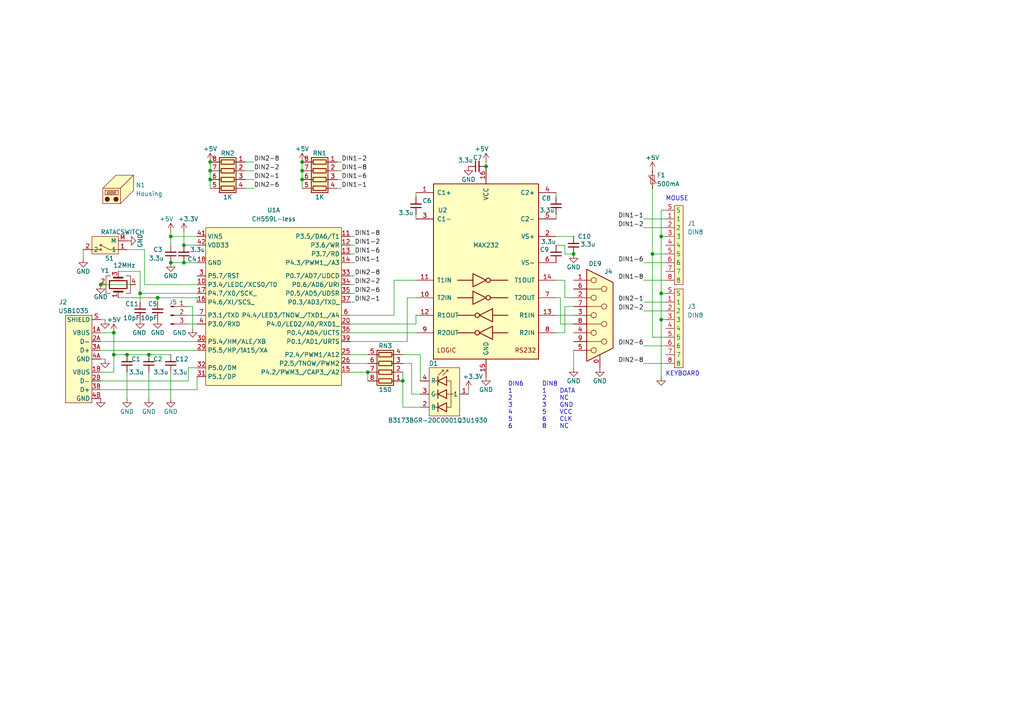
<source format=kicad_sch>
(kicad_sch (version 20231120) (generator "eeschema") (generator_version "8.0")
  (paper "A4")
  (lib_symbols
    (symbol "CH559L-less_1"
      (property "Reference" "U1" (at 5.715 20.32 0))
      (property "Value" "CH559L-less" (at 5.715 17.78 0))
      (symbol "CH559L-less_1_1_1"
        (rectangle (start -13.97 15.24) (end 25.4 -30.48) (fill (type background)))
        (pin passive line (at -16.51 -1.27 0) (length 2.54) (name "P3.4/LEDC/XCS0/T0") (number "10"))
        (pin passive line (at 27.94 12.7 180) (length 2.54) (name "P3.5/DA6/T1") (number "11"))
        (pin passive line (at 27.94 10.16 180) (length 2.54) (name "P3.6/WR") (number "12"))
        (pin passive line (at 27.94 7.62 180) (length 2.54) (name "P3.7/RD") (number "13"))
        (pin passive line (at 27.94 5.08 180) (length 2.54) (name "P4.3/PWM1_/A3") (number "14"))
        (pin passive line (at 27.94 -26.67 180) (length 2.54) (name "P4.2/PWM3_/CAP3_/A2") (number "15"))
        (pin passive line (at -16.51 -6.35 0) (length 2.54) (name "P4.6/XI/SCS_") (number "16"))
        (pin passive line (at -16.51 -3.81 0) (length 2.54) (name "P4.7/X0/SCK_") (number "17"))
        (pin passive line (at -16.51 5.08 0) (length 2.54) (name "GND") (number "18"))
        (pin passive line (at 27.94 -12.7 180) (length 2.54) (name "P4.0/LED2/A0/RXD1_") (number "20"))
        (pin passive line (at 27.94 -21.59 180) (length 2.54) (name "P2.4/PWM1/A12") (number "25"))
        (pin passive line (at 27.94 -24.13 180) (length 2.54) (name "P2.5/TNOW/PWM2") (number "26"))
        (pin passive line (at -16.51 -20.32 0) (length 2.54) (name "P5.5/HP/!A15/XA") (number "29"))
        (pin passive line (at -16.51 1.27 0) (length 2.54) (name "P5.7/RST") (number "3"))
        (pin passive line (at -16.51 -17.78 0) (length 2.54) (name "P5.4/HM/ALE/XB") (number "30"))
        (pin passive line (at -16.51 -27.94 0) (length 2.54) (name "P5.1/DP") (number "31"))
        (pin passive line (at -16.51 -25.4 0) (length 2.54) (name "P5.0/DM") (number "32"))
        (pin passive line (at 27.94 1.27 180) (length 2.54) (name "P0.7/AD7/UDCD") (number "33"))
        (pin passive line (at 27.94 -1.27 180) (length 2.54) (name "P0.6/AD6/URI") (number "34"))
        (pin passive line (at 27.94 -3.81 180) (length 2.54) (name "P0.5/AD5/UDSR") (number "35"))
        (pin passive line (at 27.94 -15.24 180) (length 2.54) (name "P0.4/AD4/UCTS") (number "36"))
        (pin passive line (at 27.94 -6.35 180) (length 2.54) (name "P0.3/AD3/TXD_") (number "37"))
        (pin passive line (at 27.94 -17.78 180) (length 2.54) (name "P0.1/AD1/URTS") (number "39"))
        (pin passive line (at -16.51 -12.7 0) (length 2.54) (name "P3.0/RXD") (number "4"))
        (pin passive line (at -16.51 12.7 0) (length 2.54) (name "VIN5") (number "41"))
        (pin passive line (at -16.51 10.16 0) (length 2.54) (name "VDD33") (number "42"))
        (pin passive line (at 27.94 -10.16 180) (length 2.54) (name "P4.4/LED3/TNOW_/TXD1_/A4") (number "6"))
        (pin passive line (at -16.51 -10.16 0) (length 2.54) (name "P3.1/TXD") (number "7"))
      )
      (symbol "CH559L-less_1_2_1"
        (rectangle (start 41.91 15.24) (end 71.12 -35.56) (fill (type background)))
        (pin passive line (at 29.21 -17.78 180) (length 2.54) (name "P3.4/LEDC/XCS0/T0") (number "10"))
        (pin passive line (at -11.43 7.62 180) (length 2.54) (name "P4.7/X0/SCK_") (number "17"))
        (pin passive line (at -11.43 5.08 180) (length 2.54) (name "P4.1/A1") (number "19"))
        (pin passive line (at -11.43 15.24 180) (length 2.54) (name "P1.7/AIN7/SCK") (number "2"))
        (pin passive line (at 29.21 -27.94 180) (length 2.54) (name "P2.0/A8") (number "21"))
        (pin passive line (at 29.21 -30.48 180) (length 2.54) (name "P2.1/MOSI1/A9") (number "22"))
        (pin passive line (at -11.43 -40.64 180) (length 2.54) (name "P2.2/MISO1/A10") (number "23"))
        (pin passive line (at -11.43 -43.18 180) (length 2.54) (name "P2.3/SCK1/A11") (number "24"))
        (pin passive line (at -11.43 -55.88 180) (length 2.54) (name "P2.6/RXD1/A14") (number "27"))
        (pin passive line (at -11.43 -58.42 180) (length 2.54) (name "P2.7/TXD1/DA7/A15") (number "28"))
        (pin passive line (at -11.43 -12.7 180) (length 2.54) (name "P0.2/AD2/RXD_") (number "38"))
        (pin passive line (at -11.43 -17.78 180) (length 2.54) (name "P0.0/AD0/UDTR") (number "40"))
        (pin passive line (at -11.43 -20.32 180) (length 2.54) (name "P1.0/AIN0/T1/CAP1") (number "43"))
        (pin passive line (at -11.43 -22.86 180) (length 2.54) (name "P1.1/AIN1/T2EX/CAP2") (number "44"))
        (pin passive line (at 29.21 -49.53 180) (length 2.54) (name "P1.2/AIN2/PWM3/CAP3") (number "45"))
        (pin passive line (at -11.43 -27.94 180) (length 2.54) (name "P1.3/AIN3") (number "46"))
        (pin passive line (at -11.43 -30.48 180) (length 2.54) (name "P1.4/AIN4/SCS") (number "47"))
        (pin passive line (at -11.43 -33.02 180) (length 2.54) (name "P1.5/AIN5/MOSI") (number "48"))
        (pin passive line (at 29.21 -40.64 180) (length 2.54) (name "P4.5/PWM2_/A5") (number "5"))
        (pin passive line (at 29.21 -12.7 180) (length 2.54) (name "P3.2/LED0/INT0") (number "8"))
        (pin passive line (at 29.21 -15.24 180) (length 2.54) (name "P3.3/LED1/!A15/INT1") (number "9"))
      )
    )
    (symbol "Connector:Conn_01x03_Pin" (pin_names (offset 1.016) hide)
      (property "Reference" "J" (at 0 5.08 0))
      (property "Value" "Conn_01x03_Pin" (at 0 -5.08 0))
      (symbol "Conn_01x03_Pin_1_1"
        (polyline (pts (xy 1.27 -2.54) (xy 0.8636 -2.54)) (stroke (width 0.1524)))
        (polyline (pts (xy 1.27 0) (xy 0.8636 0)) (stroke (width 0.1524)))
        (polyline (pts (xy 1.27 2.54) (xy 0.8636 2.54)) (stroke (width 0.1524)))
        (rectangle (start 0.8636 -2.413) (end 0 -2.667) (stroke (width 0.1524)) (fill (type outline)))
        (rectangle (start 0.8636 0.127) (end 0 -0.127) (stroke (width 0.1524)) (fill (type outline)))
        (rectangle (start 0.8636 2.667) (end 0 2.413) (stroke (width 0.1524)) (fill (type outline)))
        (pin passive line (at 5.08 2.54 180) (length 3.81) (name "Pin_1") (number "1"))
        (pin passive line (at 5.08 0 180) (length 3.81) (name "Pin_2") (number "2"))
        (pin passive line (at 5.08 -2.54 180) (length 3.81) (name "Pin_3") (number "3"))
      )
    )
    (symbol "Connector:DB9_Female_MountingHoles" (pin_names (offset 1.016) hide)
      (property "Reference" "J" (at 0 16.51 0))
      (property "Value" "DB9_Female_MountingHoles" (at 0 14.605 0))
      (symbol "DB9_Female_MountingHoles_0_1"
        (circle (center -1.778 -10.16) (radius 0.762))
        (circle (center -1.778 -5.08) (radius 0.762))
        (circle (center -1.778 0) (radius 0.762))
        (circle (center -1.778 5.08) (radius 0.762))
        (circle (center -1.778 10.16) (radius 0.762))
        (polyline (pts (xy -3.81 -10.16) (xy -2.54 -10.16)))
        (polyline (pts (xy -3.81 -7.62) (xy 0.508 -7.62)))
        (polyline (pts (xy -3.81 -5.08) (xy -2.54 -5.08)))
        (polyline (pts (xy -3.81 -2.54) (xy 0.508 -2.54)))
        (polyline (pts (xy -3.81 0) (xy -2.54 0)))
        (polyline (pts (xy -3.81 2.54) (xy 0.508 2.54)))
        (polyline (pts (xy -3.81 5.08) (xy -2.54 5.08)))
        (polyline (pts (xy -3.81 7.62) (xy 0.508 7.62)))
        (polyline (pts (xy -3.81 10.16) (xy -2.54 10.16)))
        (polyline (pts (xy -3.81 13.335) (xy -3.81 -13.335) (xy 3.81 -9.525) (xy 3.81 9.525) (xy -3.81 13.335)) (stroke (width 0.254)) (fill (type background)))
        (circle (center 1.27 -7.62) (radius 0.762))
        (circle (center 1.27 -2.54) (radius 0.762))
        (circle (center 1.27 2.54) (radius 0.762))
        (circle (center 1.27 7.62) (radius 0.762))
      )
      (symbol "DB9_Female_MountingHoles_1_1"
        (pin passive line (at 0 -15.24 90) (length 3.81) (name "PAD") (number "0"))
        (pin passive line (at -7.62 10.16 0) (length 3.81) (name "1") (number "1"))
        (pin passive line (at -7.62 5.08 0) (length 3.81) (name "2") (number "2"))
        (pin passive line (at -7.62 0 0) (length 3.81) (name "3") (number "3"))
        (pin passive line (at -7.62 -5.08 0) (length 3.81) (name "4") (number "4"))
        (pin passive line (at -7.62 -10.16 0) (length 3.81) (name "5") (number "5"))
        (pin passive line (at -7.62 7.62 0) (length 3.81) (name "6") (number "6"))
        (pin passive line (at -7.62 2.54 0) (length 3.81) (name "7") (number "7"))
        (pin passive line (at -7.62 -2.54 0) (length 3.81) (name "8") (number "8"))
        (pin passive line (at -7.62 -7.62 0) (length 3.81) (name "9") (number "9"))
      )
    )
    (symbol "Device:C_Small" (pin_numbers hide) (pin_names (offset 0.254) hide)
      (property "Reference" "C" (at 0.254 1.778 0))
      (property "Value" "C_Small" (at 0.254 -2.032 0))
      (symbol "C_Small_0_1"
        (polyline (pts (xy -1.524 -0.508) (xy 1.524 -0.508)) (stroke (width 0.3302)))
        (polyline (pts (xy -1.524 0.508) (xy 1.524 0.508)) (stroke (width 0.3048)))
      )
      (symbol "C_Small_1_1"
        (pin passive line (at 0 2.54 270) (length 2.032) (name "~") (number "1"))
        (pin passive line (at 0 -2.54 90) (length 2.032) (name "~") (number "2"))
      )
    )
    (symbol "Device:Crystal_GND24" (pin_names (offset 1.016) hide)
      (property "Reference" "Y" (at 3.175 5.08 0))
      (property "Value" "Crystal_GND24" (at 3.175 3.175 0))
      (symbol "Crystal_GND24_0_1"
        (rectangle (start -1.143 2.54) (end 1.143 -2.54) (stroke (width 0.3048)))
        (polyline (pts (xy -2.54 0) (xy -2.032 0)))
        (polyline (pts (xy -2.032 -1.27) (xy -2.032 1.27)) (stroke (width 0.508)))
        (polyline (pts (xy 0 -3.81) (xy 0 -3.556)))
        (polyline (pts (xy 0 3.556) (xy 0 3.81)))
        (polyline (pts (xy 2.032 -1.27) (xy 2.032 1.27)) (stroke (width 0.508)))
        (polyline (pts (xy 2.032 0) (xy 2.54 0)))
        (polyline (pts (xy -2.54 -2.286) (xy -2.54 -3.556) (xy 2.54 -3.556) (xy 2.54 -2.286)))
        (polyline (pts (xy -2.54 2.286) (xy -2.54 3.556) (xy 2.54 3.556) (xy 2.54 2.286)))
      )
      (symbol "Crystal_GND24_1_1"
        (pin passive line (at -3.81 0 0) (length 1.27) (name "1") (number "1"))
        (pin passive line (at 0 5.08 270) (length 1.27) (name "2") (number "2"))
        (pin passive line (at 3.81 0 180) (length 1.27) (name "3") (number "3"))
        (pin passive line (at 0 -5.08 90) (length 1.27) (name "4") (number "4"))
      )
    )
    (symbol "Device:Polyfuse_Small" (pin_numbers hide) (pin_names (offset 0))
      (property "Reference" "F" (at -1.905 0 90))
      (property "Value" "Polyfuse_Small" (at 1.905 0 90))
      (symbol "Polyfuse_Small_0_1"
        (rectangle (start -0.508 1.27) (end 0.508 -1.27))
        (polyline (pts (xy 0 2.54) (xy 0 -2.54)))
        (polyline (pts (xy -1.016 1.27) (xy -1.016 0.762) (xy 1.016 -0.762) (xy 1.016 -1.27)))
      )
      (symbol "Polyfuse_Small_1_1"
        (pin passive line (at 0 2.54 270) (length 0.635) (name "~") (number "1"))
        (pin passive line (at 0 -2.54 90) (length 0.635) (name "~") (number "2"))
      )
    )
    (symbol "Device:R_Pack04" (pin_names (offset 0) hide)
      (property "Reference" "RN" (at -7.62 0 90))
      (property "Value" "R_Pack04" (at 5.08 0 90))
      (symbol "R_Pack04_0_1"
        (rectangle (start -6.35 -2.413) (end 3.81 2.413) (stroke (width 0.254)) (fill (type background)))
        (rectangle (start -5.715 1.905) (end -4.445 -1.905) (stroke (width 0.254)))
        (rectangle (start -3.175 1.905) (end -1.905 -1.905) (stroke (width 0.254)))
        (rectangle (start -0.635 1.905) (end 0.635 -1.905) (stroke (width 0.254)))
        (polyline (pts (xy -5.08 -2.54) (xy -5.08 -1.905)))
        (polyline (pts (xy -5.08 1.905) (xy -5.08 2.54)))
        (polyline (pts (xy -2.54 -2.54) (xy -2.54 -1.905)))
        (polyline (pts (xy -2.54 1.905) (xy -2.54 2.54)))
        (polyline (pts (xy 0 -2.54) (xy 0 -1.905)))
        (polyline (pts (xy 0 1.905) (xy 0 2.54)))
        (polyline (pts (xy 2.54 -2.54) (xy 2.54 -1.905)))
        (polyline (pts (xy 2.54 1.905) (xy 2.54 2.54)))
        (rectangle (start 1.905 1.905) (end 3.175 -1.905) (stroke (width 0.254)))
      )
      (symbol "R_Pack04_1_1"
        (pin passive line (at -5.08 -5.08 90) (length 2.54) (name "R1.1") (number "1"))
        (pin passive line (at -2.54 -5.08 90) (length 2.54) (name "R2.1") (number "2"))
        (pin passive line (at 0 -5.08 90) (length 2.54) (name "R3.1") (number "3"))
        (pin passive line (at 2.54 -5.08 90) (length 2.54) (name "R4.1") (number "4"))
        (pin passive line (at 2.54 5.08 270) (length 2.54) (name "R4.2") (number "5"))
        (pin passive line (at 0 5.08 270) (length 2.54) (name "R3.2") (number "6"))
        (pin passive line (at -2.54 5.08 270) (length 2.54) (name "R2.2") (number "7"))
        (pin passive line (at -5.08 5.08 270) (length 2.54) (name "R1.2") (number "8"))
      )
    )
    (symbol "Interface_UART:MAX232" (pin_names (offset 1.016))
      (property "Reference" "U" (at -2.54 28.575 0))
      (property "Value" "MAX232" (at -2.54 26.67 0))
      (symbol "MAX232_0_0"
        (text "LOGIC" (at -11.43 -22.86 0) (effects (font (size 1.27 1.27))))
        (text "RS232" (at 11.43 -22.86 0) (effects (font (size 1.27 1.27))))
      )
      (symbol "MAX232_0_1"
        (rectangle (start -15.24 -25.4) (end 15.24 25.4) (stroke (width 0.254)) (fill (type background)))
        (circle (center -2.54 -17.78) (radius 0.635) (stroke (width 0.254)))
        (circle (center -2.54 -12.7) (radius 0.635) (stroke (width 0.254)))
        (polyline (pts (xy -3.81 -7.62) (xy -8.255 -7.62)) (stroke (width 0.254)))
        (polyline (pts (xy -3.81 -2.54) (xy -8.255 -2.54)) (stroke (width 0.254)))
        (polyline (pts (xy -3.175 -17.78) (xy -8.255 -17.78)) (stroke (width 0.254)))
        (polyline (pts (xy -3.175 -12.7) (xy -8.255 -12.7)) (stroke (width 0.254)))
        (polyline (pts (xy 1.27 -7.62) (xy 6.35 -7.62)) (stroke (width 0.254)))
        (polyline (pts (xy 1.27 -2.54) (xy 6.35 -2.54)) (stroke (width 0.254)))
        (polyline (pts (xy 1.905 -17.78) (xy 6.35 -17.78)) (stroke (width 0.254)))
        (polyline (pts (xy 1.905 -12.7) (xy 6.35 -12.7)) (stroke (width 0.254)))
        (polyline (pts (xy -3.81 -5.715) (xy -3.81 -9.525) (xy 0 -7.62) (xy -3.81 -5.715)) (stroke (width 0.254)))
        (polyline (pts (xy -3.81 -0.635) (xy -3.81 -4.445) (xy 0 -2.54) (xy -3.81 -0.635)) (stroke (width 0.254)))
        (polyline (pts (xy 1.905 -15.875) (xy 1.905 -19.685) (xy -1.905 -17.78) (xy 1.905 -15.875)) (stroke (width 0.254)))
        (polyline (pts (xy 1.905 -10.795) (xy 1.905 -14.605) (xy -1.905 -12.7) (xy 1.905 -10.795)) (stroke (width 0.254)))
        (circle (center 0.635 -7.62) (radius 0.635) (stroke (width 0.254)))
        (circle (center 0.635 -2.54) (radius 0.635) (stroke (width 0.254)))
      )
      (symbol "MAX232_1_1"
        (pin passive line (at -20.32 22.86 0) (length 5.08) (name "C1+") (number "1"))
        (pin input line (at -20.32 -7.62 0) (length 5.08) (name "T2IN") (number "10"))
        (pin input line (at -20.32 -2.54 0) (length 5.08) (name "T1IN") (number "11"))
        (pin output line (at -20.32 -12.7 0) (length 5.08) (name "R1OUT") (number "12"))
        (pin input line (at 20.32 -12.7 180) (length 5.08) (name "R1IN") (number "13"))
        (pin output line (at 20.32 -2.54 180) (length 5.08) (name "T1OUT") (number "14"))
        (pin power_in line (at 0 -30.48 90) (length 5.08) (name "GND") (number "15"))
        (pin power_in line (at 0 30.48 270) (length 5.08) (name "VCC") (number "16"))
        (pin power_out line (at 20.32 10.16 180) (length 5.08) (name "VS+") (number "2"))
        (pin passive line (at -20.32 15.24 0) (length 5.08) (name "C1-") (number "3"))
        (pin passive line (at 20.32 22.86 180) (length 5.08) (name "C2+") (number "4"))
        (pin passive line (at 20.32 15.24 180) (length 5.08) (name "C2-") (number "5"))
        (pin power_out line (at 20.32 2.54 180) (length 5.08) (name "VS-") (number "6"))
        (pin output line (at 20.32 -7.62 180) (length 5.08) (name "T2OUT") (number "7"))
        (pin input line (at 20.32 -17.78 180) (length 5.08) (name "R2IN") (number "8"))
        (pin output line (at -20.32 -17.78 0) (length 5.08) (name "R2OUT") (number "9"))
      )
    )
    (symbol "Library:DIN8"
      (property "Reference" "J" (at 3.81 10.16 0))
      (property "Value" "DIN8" (at 3.81 -15.24 0))
      (symbol "DIN8_0_1"
        (rectangle (start 2.54 8.89) (end 5.08 -13.97) (fill (type background)))
      )
      (symbol "DIN8_1_1"
        (pin passive line (at 0 5.08 0) (length 2.54) (name "1") (number "1"))
        (pin passive line (at 0 2.54 0) (length 2.54) (name "2") (number "2"))
        (pin passive line (at 0 0 0) (length 2.54) (name "3") (number "3"))
        (pin passive line (at 0 -2.54 0) (length 2.54) (name "4") (number "4"))
        (pin passive line (at 0 -5.08 0) (length 2.54) (name "5") (number "5"))
        (pin passive line (at 0 -7.62 0) (length 2.54) (name "6") (number "6"))
        (pin passive line (at 0 -10.16 0) (length 2.54) (name "7") (number "7"))
        (pin passive line (at 0 -12.7 0) (length 2.54) (name "8") (number "8"))
        (pin passive line (at 0 7.62 0) (length 2.54) (name "S") (number "S"))
      )
    )
    (symbol "Mechanical:Housing" (pin_names (offset 1.016))
      (property "Reference" "N" (at 3.81 0 0))
      (property "Value" "Housing" (at 3.81 -1.905 0))
      (symbol "Housing_0_1"
        (rectangle (start -5.08 -0.635) (end -1.27 -1.905))
        (circle (center -4.445 -3.175) (radius 0.635) (fill (type outline)))
        (circle (center -1.905 -3.175) (radius 0.635) (fill (type outline)))
        (polyline (pts (xy -4.5212 -1.5748) (xy -4.4704 -1.3716)))
        (polyline (pts (xy -4.4196 -1.6764) (xy -4.064 -1.6764)))
        (polyline (pts (xy -4.4196 -1.2192) (xy -4.3688 -0.9652)))
        (polyline (pts (xy -4.318 -1.3208) (xy -4.0132 -1.3208)))
        (polyline (pts (xy -4.2164 -0.9144) (xy -3.9116 -0.9144)))
        (polyline (pts (xy -3.9116 -1.6256) (xy -3.8608 -1.3716)))
        (polyline (pts (xy -3.81 -1.2192) (xy -3.7592 -0.9652)))
        (polyline (pts (xy -3.6068 -1.5748) (xy -3.556 -1.3716)))
        (polyline (pts (xy -3.5052 -1.6764) (xy -3.1496 -1.6764)))
        (polyline (pts (xy -3.5052 -1.2192) (xy -3.4544 -0.9652)))
        (polyline (pts (xy -3.4036 -1.3208) (xy -3.0988 -1.3208)))
        (polyline (pts (xy -3.302 -0.9144) (xy -2.9972 -0.9144)))
        (polyline (pts (xy -2.9972 -1.6256) (xy -2.9464 -1.3716)))
        (polyline (pts (xy -2.8956 -1.2192) (xy -2.8448 -0.9652)))
        (polyline (pts (xy -2.6924 -1.5748) (xy -2.6416 -1.3716)))
        (polyline (pts (xy -2.5908 -1.6764) (xy -2.2352 -1.6764)))
        (polyline (pts (xy -2.5908 -1.2192) (xy -2.54 -0.9652)))
        (polyline (pts (xy -2.4892 -1.3208) (xy -2.1844 -1.3208)))
        (polyline (pts (xy -2.3876 -0.9144) (xy -2.0828 -0.9144)))
        (polyline (pts (xy -2.0828 -1.6256) (xy -2.032 -1.3716)))
        (polyline (pts (xy -1.9812 -1.2192) (xy -1.9304 -0.9652)))
        (polyline (pts (xy -0.635 0) (xy -0.635 -4.445)))
        (polyline (pts (xy -5.715 0) (xy -0.635 0) (xy 3.175 3.81)))
        (polyline (pts (xy -5.715 0) (xy -5.715 -4.445) (xy -0.635 -4.445) (xy 3.175 -0.635) (xy 3.175 3.81) (xy -1.905 3.81) (xy -5.715 0)) (fill (type background)))
      )
    )
    (symbol "power:+3.3V" (power) (pin_names (offset 0))
      (property "Value" "+3.3V" (at 0 3.556 0))
      (symbol "+3.3V_0_1"
        (polyline (pts (xy -0.762 1.27) (xy 0 2.54)))
        (polyline (pts (xy 0 0) (xy 0 2.54)))
        (polyline (pts (xy 0 2.54) (xy 0.762 1.27)))
      )
      (symbol "+3.3V_1_1"
        (pin power_in line (at 0 0 90) (length 0) hide (name "+3.3V") (number "1"))
      )
    )
    (symbol "power:+5V" (power) (pin_names (offset 0))
      (property "Value" "+5V" (at 0 3.556 0))
      (symbol "+5V_0_1"
        (polyline (pts (xy -0.762 1.27) (xy 0 2.54)))
        (polyline (pts (xy 0 0) (xy 0 2.54)))
        (polyline (pts (xy 0 2.54) (xy 0.762 1.27)))
      )
      (symbol "+5V_1_1"
        (pin power_in line (at 0 0 90) (length 0) hide (name "+5V") (number "1"))
      )
    )
    (symbol "power:GND" (power) (pin_names (offset 0))
      (property "Value" "GND" (at 0 -3.81 0))
      (symbol "GND_0_1"
        (polyline (pts (xy 0 0) (xy 0 -1.27) (xy 1.27 -1.27) (xy 0 -2.54) (xy -1.27 -1.27) (xy 0 -1.27)))
      )
      (symbol "GND_1_1"
        (pin power_in line (at 0 0 270) (length 0) hide (name "GND") (number "1"))
      )
    )
    (symbol "ps2usb:B3173BGR-20C0001Q3U1930"
      (property "Reference" "D" (at 0 -8.89 0))
      (property "Value" "B3173BGR-20C0001Q3U1930" (at 0 7.62 0))
      (symbol "B3173BGR-20C0001Q3U1930_0_1"
        (rectangle (start -3.81 6.35) (end 5.08 -7.62) (fill (type background)))
        (polyline (pts (xy -1.27 -5.08) (xy -2.032 -5.08)))
        (polyline (pts (xy -1.27 -3.81) (xy -1.27 -6.35)) (stroke (width 0.254)))
        (polyline (pts (xy -1.27 -1.27) (xy -2.032 -1.27)))
        (polyline (pts (xy -1.27 0) (xy -1.27 -2.54)) (stroke (width 0.254)))
        (polyline (pts (xy -1.27 2.54) (xy -2.032 2.54)))
        (polyline (pts (xy -1.27 3.81) (xy -1.27 1.27)) (stroke (width 0.254)))
        (polyline (pts (xy 1.651 5.715) (xy 1.143 5.715)))
        (polyline (pts (xy 2.54 -1.27) (xy 1.27 -1.27)))
        (polyline (pts (xy 2.54 -1.27) (xy 3.302 -1.27)))
        (polyline (pts (xy 0.127 4.191) (xy 1.651 5.715) (xy 1.651 5.207)))
        (polyline (pts (xy 2.54 -1.27) (xy 2.54 -5.08) (xy 1.27 -5.08)))
        (polyline (pts (xy 2.54 -1.27) (xy 2.54 2.54) (xy 1.27 2.54)))
        (polyline (pts (xy 1.27 -6.35) (xy 1.27 -3.81) (xy -1.27 -5.08) (xy 1.27 -6.35)) (stroke (width 0.254)))
        (polyline (pts (xy 1.27 -2.54) (xy 1.27 0) (xy -1.27 -1.27) (xy 1.27 -2.54)) (stroke (width 0.254)))
        (polyline (pts (xy 1.27 1.27) (xy 1.27 3.81) (xy -1.27 2.54) (xy 1.27 1.27)) (stroke (width 0.254)))
        (polyline (pts (xy -1.143 4.191) (xy 0.381 5.715) (xy 0.381 5.207) (xy 0.381 5.715) (xy -0.127 5.715)))
      )
      (symbol "B3173BGR-20C0001Q3U1930_1_1"
        (pin passive line (at 7.62 -1.27 180) (length 2.54) (name "1") (number "1"))
        (pin passive line (at -6.35 -5.08 0) (length 2.54) (name "B") (number "2"))
        (pin passive line (at -6.35 -1.27 0) (length 2.54) (name "G") (number "3"))
        (pin passive line (at -6.35 2.54 0) (length 2.54) (name "R") (number "4"))
      )
    )
    (symbol "ps2usb:RATACSWITCH"
      (property "Reference" "S" (at -1.27 -2.54 0))
      (property "Value" "RATACSWITCH" (at 0 5.588 0))
      (symbol "RATACSWITCH_0_1"
        (rectangle (start -2.54 3.81) (end 5.08 -1.27) (fill (type background)))
        (polyline (pts (xy 0 0) (xy -2.54 0)))
        (polyline (pts (xy 0 0) (xy 2.54 1.27)))
        (polyline (pts (xy 5.08 0) (xy 2.54 0)))
        (circle (center 2.54 0) (radius 0.254))
        (circle (center 2.54 1.27) (radius 0.254))
      )
      (symbol "RATACSWITCH_1_1"
        (pin passive line (at -5.08 0 0) (length 2.54) (name "1") (number "1"))
        (pin passive line (at 7.62 0 180) (length 2.54) (name "2") (number "2"))
        (pin passive line (at -5.08 2.54 0) (length 2.54) (name "M") (number "M"))
      )
    )
    (symbol "ps2usb:USB1035"
      (property "Reference" "J" (at 3.81 3.81 0))
      (property "Value" "USB1035" (at 7.62 -24.13 0))
      (symbol "USB1035_0_1"
        (rectangle (start 2.54 2.54) (end 10.16 -22.86) (fill (type background)))
      )
      (symbol "USB1035_1_1"
        (pin power_in line (at 0 -2.54 0) (length 2.54) (name "VBUS") (number "1A"))
        (pin power_in line (at 0 -13.97 0) (length 2.54) (name "VBUS") (number "1B"))
        (pin bidirectional line (at 0 -5.08 0) (length 2.54) (name "D-") (number "2A"))
        (pin bidirectional line (at 0 -16.51 0) (length 2.54) (name "D-") (number "2B"))
        (pin bidirectional line (at 0 -7.62 0) (length 2.54) (name "D+") (number "3A"))
        (pin bidirectional line (at 0 -19.05 0) (length 2.54) (name "D+") (number "3B"))
        (pin power_in line (at 0 -10.16 0) (length 2.54) (name "GND") (number "4A"))
        (pin power_in line (at 0 -21.59 0) (length 2.54) (name "GND") (number "4B"))
        (pin power_in line (at 0 1.27 0) (length 2.54) (name "SHIELD") (number "S"))
      )
    )
  )
  (junction (at 191.77 92.71))
  (junction (at 53.34 71.12))
  (junction (at 60.96 52.07))
  (junction (at 60.96 46.99))
  (junction (at 45.72 86.36))
  (junction (at 40.64 85.09))
  (junction (at 60.96 49.53))
  (junction (at 191.77 68.58))
  (junction (at 33.02 102.87))
  (junction (at 36.83 102.87))
  (junction (at 49.53 76.2))
  (junction (at 49.53 68.58))
  (junction (at 53.34 76.2))
  (junction (at 106.68 107.95))
  (junction (at 43.18 102.87))
  (junction (at 29.21 82.55))
  (junction (at 33.02 96.52))
  (junction (at 189.23 73.66))
  (junction (at 166.37 73.66))
  (junction (at 87.63 46.99))
  (junction (at 191.77 85.09))
  (junction (at 116.84 110.49))
  (junction (at 140.97 48.26))
  (junction (at 87.63 49.53))
  (junction (at 87.63 52.07))
  (wire (pts (xy 119.38 114.3) (xy 119.38 105.41)))
  (wire (pts (xy 40.64 85.09) (xy 57.15 85.09)))
  (wire (pts (xy 49.53 67.31) (xy 49.53 68.58)))
  (wire (pts (xy 116.84 107.95) (xy 116.84 110.49)))
  (wire (pts (xy 33.02 102.87) (xy 33.02 107.95)))
  (wire (pts (xy 193.04 60.96) (xy 191.77 60.96)))
  (wire (pts (xy 161.29 71.12) (xy 163.83 71.12)))
  (wire (pts (xy 102.87 85.09) (xy 101.6 85.09)))
  (wire (pts (xy 114.3 91.44) (xy 114.3 81.28)))
  (wire (pts (xy 40.64 85.09) (xy 40.64 87.63)))
  (wire (pts (xy 29.21 104.14) (xy 30.48 104.14)))
  (wire (pts (xy 161.29 81.28) (xy 163.83 81.28)))
  (wire (pts (xy 57.15 82.55) (xy 41.91 82.55)))
  (wire (pts (xy 73.66 54.61) (xy 71.12 54.61)))
  (wire (pts (xy 53.34 71.12) (xy 57.15 71.12)))
  (wire (pts (xy 161.29 96.52) (xy 163.83 96.52)))
  (wire (pts (xy 29.21 113.03) (xy 57.15 113.03)))
  (wire (pts (xy 29.21 82.55) (xy 39.37 82.55)))
  (wire (pts (xy 87.63 52.07) (xy 87.63 54.61)))
  (wire (pts (xy 135.89 113.03) (xy 135.89 114.3)))
  (wire (pts (xy 120.65 62.23) (xy 120.65 63.5)))
  (wire (pts (xy 60.96 49.53) (xy 60.96 52.07)))
  (wire (pts (xy 120.65 55.88) (xy 120.65 57.15)))
  (wire (pts (xy 102.87 80.01) (xy 101.6 80.01)))
  (wire (pts (xy 186.69 76.2) (xy 193.04 76.2)))
  (wire (pts (xy 193.04 92.71) (xy 191.77 92.71)))
  (wire (pts (xy 186.69 87.63) (xy 193.04 87.63)))
  (wire (pts (xy 140.97 46.99) (xy 140.97 48.26)))
  (wire (pts (xy 189.23 54.61) (xy 189.23 73.66)))
  (wire (pts (xy 55.88 88.9) (xy 54.61 88.9)))
  (wire (pts (xy 53.34 76.2) (xy 49.53 76.2)))
  (wire (pts (xy 102.87 73.66) (xy 101.6 73.66)))
  (wire (pts (xy 55.88 95.25) (xy 55.88 88.9)))
  (wire (pts (xy 29.21 107.95) (xy 33.02 107.95)))
  (wire (pts (xy 161.29 62.23) (xy 161.29 63.5)))
  (wire (pts (xy 73.66 46.99) (xy 71.12 46.99)))
  (wire (pts (xy 45.72 87.63) (xy 45.72 86.36)))
  (wire (pts (xy 186.69 63.5) (xy 193.04 63.5)))
  (wire (pts (xy 102.87 68.58) (xy 101.6 68.58)))
  (wire (pts (xy 193.04 85.09) (xy 191.77 85.09)))
  (wire (pts (xy 193.04 97.79) (xy 189.23 97.79)))
  (wire (pts (xy 29.21 99.06) (xy 57.15 99.06)))
  (wire (pts (xy 162.56 86.36) (xy 162.56 93.98)))
  (wire (pts (xy 87.63 49.53) (xy 87.63 52.07)))
  (wire (pts (xy 166.37 88.9) (xy 163.83 88.9)))
  (wire (pts (xy 49.53 115.57) (xy 49.53 107.95)))
  (wire (pts (xy 99.06 52.07) (xy 97.79 52.07)))
  (wire (pts (xy 60.96 52.07) (xy 60.96 54.61)))
  (wire (pts (xy 57.15 86.36) (xy 57.15 87.63)))
  (wire (pts (xy 73.66 49.53) (xy 71.12 49.53)))
  (wire (pts (xy 87.63 46.99) (xy 87.63 49.53)))
  (wire (pts (xy 116.84 102.87) (xy 121.92 102.87)))
  (wire (pts (xy 57.15 113.03) (xy 57.15 109.22)))
  (wire (pts (xy 36.83 115.57) (xy 36.83 107.95)))
  (wire (pts (xy 166.37 106.68) (xy 166.37 101.6)))
  (wire (pts (xy 191.77 85.09) (xy 191.77 92.71)))
  (wire (pts (xy 166.37 91.44) (xy 161.29 91.44)))
  (wire (pts (xy 41.91 82.55) (xy 41.91 72.39)))
  (wire (pts (xy 99.06 49.53) (xy 97.79 49.53)))
  (wire (pts (xy 114.3 81.28) (xy 120.65 81.28)))
  (wire (pts (xy 166.37 86.36) (xy 163.83 86.36)))
  (wire (pts (xy 186.69 66.04) (xy 193.04 66.04)))
  (wire (pts (xy 101.6 96.52) (xy 120.65 96.52)))
  (wire (pts (xy 33.02 96.52) (xy 33.02 102.87)))
  (wire (pts (xy 99.06 54.61) (xy 97.79 54.61)))
  (wire (pts (xy 166.37 73.66) (xy 163.83 73.66)))
  (wire (pts (xy 73.66 52.07) (xy 71.12 52.07)))
  (wire (pts (xy 106.68 107.95) (xy 106.68 110.49)))
  (wire (pts (xy 36.83 102.87) (xy 43.18 102.87)))
  (wire (pts (xy 186.69 105.41) (xy 193.04 105.41)))
  (wire (pts (xy 101.6 91.44) (xy 114.3 91.44)))
  (wire (pts (xy 102.87 87.63) (xy 101.6 87.63)))
  (wire (pts (xy 45.72 86.36) (xy 57.15 86.36)))
  (wire (pts (xy 101.6 107.95) (xy 106.68 107.95)))
  (wire (pts (xy 57.15 76.2) (xy 53.34 76.2)))
  (wire (pts (xy 60.96 46.99) (xy 60.96 49.53)))
  (wire (pts (xy 102.87 82.55) (xy 101.6 82.55)))
  (wire (pts (xy 193.04 68.58) (xy 191.77 68.58)))
  (wire (pts (xy 191.77 92.71) (xy 191.77 109.22)))
  (wire (pts (xy 186.69 81.28) (xy 193.04 81.28)))
  (wire (pts (xy 102.87 76.2) (xy 101.6 76.2)))
  (wire (pts (xy 49.53 68.58) (xy 49.53 71.12)))
  (wire (pts (xy 41.91 72.39) (xy 36.83 72.39)))
  (wire (pts (xy 116.84 105.41) (xy 119.38 105.41)))
  (wire (pts (xy 54.61 106.68) (xy 54.61 110.49)))
  (wire (pts (xy 29.21 96.52) (xy 33.02 96.52)))
  (wire (pts (xy 57.15 68.58) (xy 49.53 68.58)))
  (wire (pts (xy 163.83 73.66) (xy 163.83 71.12)))
  (wire (pts (xy 29.21 101.6) (xy 57.15 101.6)))
  (wire (pts (xy 161.29 86.36) (xy 162.56 86.36)))
  (wire (pts (xy 161.29 68.58) (xy 166.37 68.58)))
  (wire (pts (xy 34.29 78.74) (xy 40.64 78.74)))
  (wire (pts (xy 193.04 73.66) (xy 189.23 73.66)))
  (wire (pts (xy 163.83 88.9) (xy 163.83 96.52)))
  (wire (pts (xy 116.84 118.11) (xy 121.92 118.11)))
  (wire (pts (xy 99.06 46.99) (xy 97.79 46.99)))
  (wire (pts (xy 120.65 93.98) (xy 120.65 91.44)))
  (wire (pts (xy 102.87 71.12) (xy 101.6 71.12)))
  (wire (pts (xy 118.11 99.06) (xy 118.11 86.36)))
  (wire (pts (xy 191.77 68.58) (xy 191.77 85.09)))
  (wire (pts (xy 121.92 114.3) (xy 119.38 114.3)))
  (wire (pts (xy 29.21 92.71) (xy 30.48 92.71)))
  (wire (pts (xy 121.92 102.87) (xy 121.92 110.49)))
  (wire (pts (xy 43.18 115.57) (xy 43.18 107.95)))
  (wire (pts (xy 40.64 78.74) (xy 40.64 85.09)))
  (wire (pts (xy 34.29 86.36) (xy 45.72 86.36)))
  (wire (pts (xy 186.69 90.17) (xy 193.04 90.17)))
  (wire (pts (xy 54.61 91.44) (xy 57.15 91.44)))
  (wire (pts (xy 161.29 55.88) (xy 161.29 57.15)))
  (wire (pts (xy 24.13 72.39) (xy 24.13 74.93)))
  (wire (pts (xy 191.77 60.96) (xy 191.77 68.58)))
  (wire (pts (xy 43.18 102.87) (xy 49.53 102.87)))
  (wire (pts (xy 189.23 73.66) (xy 189.23 97.79)))
  (wire (pts (xy 101.6 99.06) (xy 118.11 99.06)))
  (wire (pts (xy 29.21 110.49) (xy 54.61 110.49)))
  (wire (pts (xy 33.02 102.87) (xy 36.83 102.87)))
  (wire (pts (xy 53.34 67.31) (xy 53.34 71.12)))
  (wire (pts (xy 116.84 110.49) (xy 116.84 118.11)))
  (wire (pts (xy 54.61 106.68) (xy 57.15 106.68)))
  (wire (pts (xy 163.83 86.36) (xy 163.83 81.28)))
  (wire (pts (xy 162.56 93.98) (xy 166.37 93.98)))
  (wire (pts (xy 101.6 105.41) (xy 106.68 105.41)))
  (wire (pts (xy 118.11 86.36) (xy 120.65 86.36)))
  (wire (pts (xy 186.69 100.33) (xy 193.04 100.33)))
  (wire (pts (xy 54.61 93.98) (xy 57.15 93.98)))
  (wire (pts (xy 101.6 102.87) (xy 106.68 102.87)))
  (wire (pts (xy 101.6 93.98) (xy 120.65 93.98)))
  (text "DIN6	DIN8\n1		1	DATA\n2		2	NC\n3		3	GND\n4		5	VCC\n5		6	CLK\n6		8	NC" (at 147.32 124.46 0) (effects (font (size 1.27 1.27)) (justify left bottom)))
  (text "MOUSE" (at 193.04 58.42 0) (effects (font (size 1.27 1.27)) (justify left bottom)))
  (text "KEYBOARD" (at 193.04 109.22 0) (effects (font (size 1.27 1.27)) (justify left bottom)))
  (label "DIN2-6" (at 73.66 54.61 0))
  (label "DIN1-8" (at 102.87 68.58 0))
  (label "DIN2-8" (at 102.87 80.01 0))
  (label "DIN1-1" (at 99.06 54.61 0))
  (label "DIN1-6" (at 99.06 52.07 0))
  (label "DIN2-6" (at 102.87 85.09 0))
  (label "DIN2-2" (at 73.66 49.53 0))
  (label "DIN1-2" (at 99.06 46.99 0))
  (label "DIN1-2" (at 186.69 66.04 180))
  (label "DIN1-2" (at 102.87 71.12 0))
  (label "DIN2-6" (at 186.69 100.33 180))
  (label "DIN2-2" (at 186.69 90.17 180))
  (label "DIN1-6" (at 102.87 73.66 0))
  (label "DIN1-6" (at 186.69 76.2 180))
  (label "DIN1-8" (at 186.69 81.28 180))
  (label "DIN2-8" (at 73.66 46.99 0))
  (label "DIN2-1" (at 186.69 87.63 180))
  (label "DIN1-1" (at 102.87 76.2 0))
  (label "DIN1-8" (at 99.06 49.53 0))
  (label "DIN2-1" (at 102.87 87.63 0))
  (label "DIN2-1" (at 73.66 52.07 0))
  (label "DIN2-8" (at 186.69 105.41 180))
  (label "DIN2-2" (at 102.87 82.55 0))
  (label "DIN1-1" (at 186.69 63.5 180))
  (symbol (lib_id "Device:R_Pack04") (at 66.04 52.07 90) (mirror x) (unit 1)
    (property "Reference" "RN2" (at 66.04 44.45 90))
    (property "Value" "1K" (at 66.04 57.15 90))
    (property "Footprint" "Resistor_SMD:R_Array_Convex_4x0603" (effects (hide yes)))
  )
  (symbol (lib_id "Device:R_Pack04") (at 92.71 52.07 90) (mirror x) (unit 1)
    (property "Reference" "RN1" (at 92.71 44.45 90))
    (property "Value" "1K" (at 92.71 57.15 90))
    (property "Footprint" "Resistor_SMD:R_Array_Convex_4x0603" (effects (hide yes)))
  )
  (symbol (lib_id "power:GND") (at 49.53 76.2 0) (unit 1)
    (property "Reference" "#PWR0106" (effects (hide yes)))
    (property "Value" "GND" (at 49.53 80.01 0))
  )
  (symbol (lib_id "ps2usb:USB1035") (at 29.21 93.98 0) (mirror y) (unit 1)
    (property "Reference" "J2" (at 18.288 87.63 0))
    (property "Value" "USB1035" (at 21.336 90.17 0))
    (property "Footprint" "ps2usb:USB1035" (effects (hide yes)))
  )
  (symbol (lib_id "power:+5V") (at 87.63 46.99 0) (unit 1)
    (property "Reference" "#PWR0112" (effects (hide yes)))
    (property "Value" "+5V" (at 87.63 43.18 0))
  )
  (symbol (lib_id "Device:Polyfuse_Small") (at 189.23 52.07 0) (unit 1)
    (property "Reference" "F1" (at 190.5 50.8 0) (effects (justify left)))
    (property "Value" "500mA" (at 190.5 53.34 0) (effects (justify left)))
    (property "Footprint" "Fuse:Fuse_1206_3216Metric" (effects (hide yes)))
  )
  (symbol (lib_id "Library:DIN8") (at 193.04 68.58 0) (unit 1)
    (property "Reference" "J1" (at 199.39 64.77 0) (effects (justify left)))
    (property "Value" "DIN8" (at 199.39 67.31 0) (effects (justify left)))
    (property "Footprint" "ps2usb:DIN8" (effects (hide yes)))
  )
  (symbol (lib_id "power:GND") (at 135.89 48.26 0) (unit 1)
    (property "Reference" "#PWR05" (effects (hide yes)))
    (property "Value" "GND" (at 135.89 52.07 0))
  )
  (symbol (lib_id "Device:C_Small") (at 138.43 48.26 90) (unit 1)
    (property "Reference" "C7" (at 137.16 45.72 90) (effects (justify right)))
    (property "Value" "3.3u" (at 132.842 46.482 90) (effects (justify right)))
    (property "Footprint" "Capacitor_SMD:C_0603_1608Metric" (effects (hide yes)))
  )
  (symbol (lib_id "Device:Crystal_GND24") (at 34.29 82.55 90) (unit 1)
    (property "Reference" "Y1" (at 30.48 78.486 90))
    (property "Value" "12MHz" (at 36.068 76.962 90))
    (property "Footprint" "Crystal:Crystal_SMD_3225-4Pin_3.2x2.5mm" (effects (hide yes)))
    (property "Description" "Four pin crystal, GND on pins 2 and 4" (effects (hide yes)))
  )
  (symbol (lib_id "power:GND") (at 30.48 104.14 0) (unit 1)
    (property "Reference" "#PWR03" (effects (hide yes)))
    (property "Value" "GND" (effects (hide yes)))
  )
  (symbol (lib_id "power:+5V") (at 49.53 67.31 0) (unit 1)
    (property "Reference" "#PWR0104" (effects (hide yes)))
    (property "Value" "+5V" (at 48.26 63.5 0))
  )
  (symbol (lib_id "power:GND") (at 24.13 74.93 0) (unit 1)
    (property "Reference" "#PWR0102" (effects (hide yes)))
    (property "Value" "GND" (at 24.13 78.74 0))
  )
  (symbol (lib_id "power:GND") (at 173.99 106.68 0) (unit 1)
    (property "Reference" "#PWR010" (effects (hide yes)))
    (property "Value" "GND" (at 173.99 110.49 0))
  )
  (symbol (lib_id "power:GND") (at 166.37 73.66 0) (unit 1)
    (property "Reference" "#PWR08" (effects (hide yes)))
    (property "Value" "GND" (at 166.37 77.47 0))
  )
  (symbol (lib_id "Device:C_Small") (at 45.72 90.17 180) (unit 1)
    (property "Reference" "C5" (at 42.926 88.138 0) (effects (justify right)))
    (property "Value" "10pF" (at 40.7951 92.2006 0) (effects (justify right)))
    (property "Footprint" "Capacitor_SMD:C_0603_1608Metric" (effects (hide yes)))
  )
  (symbol (lib_id "power:GND") (at 29.21 82.55 0) (unit 1)
    (property "Reference" "#PWR012" (effects (hide yes)))
    (property "Value" "GND" (at 29.21 86.106 0))
  )
  (symbol (lib_id "power:+3.3V") (at 53.34 67.31 0) (unit 1)
    (property "Reference" "#PWR0105" (effects (hide yes)))
    (property "Value" "+3.3V" (at 54.61 63.5 0))
  )
  (symbol (lib_id "power:GND") (at 45.72 92.71 0) (unit 1)
    (property "Reference" "#PWR013" (effects (hide yes)))
    (property "Value" "GND" (at 45.72 96.52 0))
  )
  (symbol (lib_id "power:GND") (at 191.77 109.22 0) (unit 1)
    (property "Reference" "#PWR0107" (effects (hide yes)))
    (property "Value" "GND" (effects (hide yes)))
  )
  (symbol (lib_id "power:+5V") (at 189.23 49.53 0) (unit 1)
    (property "Reference" "#PWR0109" (effects (hide yes)))
    (property "Value" "+5V" (at 189.23 45.72 0))
  )
  (symbol (lib_id "power:GND") (at 40.64 92.71 0) (unit 1)
    (property "Reference" "#PWR014" (effects (hide yes)))
    (property "Value" "GND" (at 40.386 96.52 0))
  )
  (symbol (lib_id "Device:C_Small") (at 49.53 105.41 180) (unit 1)
    (property "Reference" "C12" (at 50.8 104.14 0) (effects (justify right)))
    (property "Value" "3.3u" (at 50.038 107.95 0) (effects (justify right)))
    (property "Footprint" "Capacitor_SMD:C_0603_1608Metric" (effects (hide yes)))
  )
  (symbol (lib_id "Device:C_Small") (at 49.53 73.66 180) (unit 1)
    (property "Reference" "C3" (at 44.45 72.39 0) (effects (justify right)))
    (property "Value" "3.3u" (at 43.18 74.93 0) (effects (justify right)))
    (property "Footprint" "Capacitor_SMD:C_0603_1608Metric" (effects (hide yes)))
  )
  (symbol (lib_id "Device:C_Small") (at 53.34 73.66 180) (unit 1)
    (property "Reference" "C4" (at 54.356 75.184 0) (effects (justify right)))
    (property "Value" "3.3u" (at 55.118 72.39 0) (effects (justify right)))
    (property "Footprint" "Capacitor_SMD:C_0603_1608Metric" (effects (hide yes)))
  )
  (symbol (lib_name "CH559L-less_1") (lib_id "ps2usb:CH559L-less") (at 73.66 81.28 0) (unit 1)
    (property "Reference" "U1" (at 79.375 60.96 0))
    (property "Value" "CH559L-less" (at 79.375 63.5 0))
    (property "Footprint" "ps2usb:QFP-12x12_14x14_Pitch0.5mm" (effects (hide yes)))
  )
  (symbol (lib_id "Device:C_Small") (at 36.83 105.41 180) (unit 1)
    (property "Reference" "C1" (at 38.1 104.14 0) (effects (justify right)))
    (property "Value" "3.3u" (at 37.338 107.95 0) (effects (justify right)))
    (property "Footprint" "Capacitor_SMD:C_0603_1608Metric" (effects (hide yes)))
  )
  (symbol (lib_id "power:GND") (at 36.83 115.57 0) (unit 1)
    (property "Reference" "#PWR0103" (effects (hide yes)))
    (property "Value" "GND" (at 36.83 119.38 0))
  )
  (symbol (lib_id "power:+3.3V") (at 135.89 113.03 0) (unit 1)
    (property "Reference" "#PWR0108" (effects (hide yes)))
    (property "Value" "+3.3V" (at 137.16 109.22 0))
  )
  (symbol (lib_id "power:GND") (at 43.18 115.57 0) (unit 1)
    (property "Reference" "#PWR0101" (effects (hide yes)))
    (property "Value" "GND" (at 43.18 119.38 0))
  )
  (symbol (lib_id "power:GND") (at 55.88 95.25 0) (unit 1)
    (property "Reference" "#PWR011" (effects (hide yes)))
    (property "Value" "GND" (at 52.07 96.52 0))
  )
  (symbol (lib_id "ps2usb:RATACSWITCH") (at 31.75 72.39 0) (mirror y) (unit 1)
    (property "Reference" "S1" (at 31.75 74.93 0))
    (property "Value" "RATACSWITCH" (at 35.56 67.31 0))
    (property "Footprint" "ps2usb:TS11" (effects (hide yes)))
  )
  (symbol (lib_id "Mechanical:Housing") (at 35.56 54.61 0) (unit 1)
    (property "Reference" "N1" (at 39.37 53.6574 0) (effects (justify left)))
    (property "Value" "Housing" (at 39.37 56.1974 0) (effects (justify left)))
    (property "Footprint" "ps2usb:Enclosure" (effects (hide yes)))
  )
  (symbol (lib_id "power:+5V") (at 140.97 46.99 0) (unit 1)
    (property "Reference" "#PWR06" (effects (hide yes)))
    (property "Value" "+5V" (at 139.7 43.18 0))
  )
  (symbol (lib_id "Device:R_Pack04") (at 111.76 105.41 90) (unit 1)
    (property "Reference" "RN3" (at 111.76 100.33 90))
    (property "Value" "150" (at 111.76 113.03 90))
    (property "Footprint" "Resistor_SMD:R_Array_Convex_4x0603" (effects (hide yes)))
  )
  (symbol (lib_id "power:+5V") (at 33.02 96.52 0) (unit 1)
    (property "Reference" "#PWR04" (effects (hide yes)))
    (property "Value" "+5V" (at 33.02 92.71 0))
  )
  (symbol (lib_id "Device:C_Small") (at 166.37 71.12 0) (mirror x) (unit 1)
    (property "Reference" "C10" (at 171.45 68.58 0) (effects (justify right)))
    (property "Value" "3.3u" (at 172.72 70.866 0) (effects (justify right)))
    (property "Footprint" "Capacitor_SMD:C_0603_1608Metric" (effects (hide yes)))
  )
  (symbol (lib_id "Device:C_Small") (at 43.18 105.41 180) (unit 1)
    (property "Reference" "C2" (at 44.45 104.14 0) (effects (justify right)))
    (property "Value" "3.3u" (at 44.45 107.95 0) (effects (justify right)))
    (property "Footprint" "Capacitor_SMD:C_0603_1608Metric" (effects (hide yes)))
  )
  (symbol (lib_id "power:GND") (at 29.21 115.57 0) (unit 1)
    (property "Reference" "#PWR01" (effects (hide yes)))
    (property "Value" "GND" (effects (hide yes)))
  )
  (symbol (lib_id "Connector:Conn_01x03_Pin") (at 49.53 91.44 0) (unit 1)
    (property "Reference" "J5" (at 50.165 87.63 0))
    (property "Value" "Conn_01x03_Pin" (effects (hide yes)))
    (property "Footprint" "Connector_PinHeader_2.54mm:PinHeader_1x03_P2.54mm_Vertical" (effects (hide yes)))
  )
  (symbol (lib_id "Connector:DB9_Female_MountingHoles") (at 173.99 91.44 0) (unit 1)
    (property "Reference" "J4" (at 175.26 78.74 0) (effects (justify left)))
    (property "Value" "DE9" (at 170.688 76.454 0) (effects (justify left)))
    (property "Footprint" "Connector_Dsub:DSUB-9_Female_Horizontal_P2.77x2.84mm_EdgePinOffset7.70mm_Housed_MountingHolesOffset9.12mm" (effects (hide yes)))
    (property "Datasheet" " ~" (effects (hide yes)))
  )
  (symbol (lib_id "power:+5V") (at 60.96 46.99 0) (unit 1)
    (property "Reference" "#PWR0110" (effects (hide yes)))
    (property "Value" "+5V" (at 60.96 43.18 0))
  )
  (symbol (lib_id "power:GND") (at 49.53 115.57 0) (unit 1)
    (property "Reference" "#PWR016" (effects (hide yes)))
    (property "Value" "GND" (at 49.53 119.38 0))
  )
  (symbol (lib_id "Device:C_Small") (at 161.29 59.69 180) (unit 1)
    (property "Reference" "C8" (at 157.1132 57.5112 0) (effects (justify right)))
    (property "Value" "3.3u" (at 156.464 60.96 0) (effects (justify right)))
    (property "Footprint" "Capacitor_SMD:C_0603_1608Metric" (effects (hide yes)))
  )
  (symbol (lib_id "Device:C_Small") (at 40.64 90.17 180) (unit 1)
    (property "Reference" "C11" (at 36.322 88.138 0) (effects (justify right)))
    (property "Value" "10pF" (at 35.7151 92.2006 0) (effects (justify right)))
    (property "Footprint" "Capacitor_SMD:C_0603_1608Metric" (effects (hide yes)))
  )
  (symbol (lib_id "power:GND") (at 30.48 92.71 0) (unit 1)
    (property "Reference" "#PWR02" (effects (hide yes)))
    (property "Value" "GND" (effects (hide yes)))
  )
  (symbol (lib_id "ps2usb:B3173BGR-20C0001Q3U1930") (at 128.27 113.03 0) (unit 1)
    (property "Reference" "D1" (at 125.73 105.41 0))
    (property "Value" "B3173BGR-20C0001Q3U1930" (at 127 121.92 0))
    (property "Footprint" "ps2usb:B3173BGR-20C0001Q3U1930" (effects (hide yes)))
  )
  (symbol (lib_id "power:GND") (at 140.97 109.22 0) (unit 1)
    (property "Reference" "#PWR07" (effects (hide yes)))
    (property "Value" "GND" (at 140.97 113.03 0))
  )
  (symbol (lib_id "Interface_UART:MAX232") (at 140.97 78.74 0) (unit 1)
    (property "Reference" "U2" (at 127 60.96 0) (effects (justify left)))
    (property "Value" "MAX232" (at 137.16 71.12 0) (effects (justify left)))
    (property "Footprint" "Package_SO:SOIC-16_3.9x9.9mm_P1.27mm" (effects (hide yes)))
    (property "Datasheet" "http://www.ti.com/lit/ds/symlink/max232.pdf" (effects (hide yes)))
  )
  (symbol (lib_id "power:GND") (at 166.37 106.68 0) (unit 1)
    (property "Reference" "#PWR09" (effects (hide yes)))
    (property "Value" "GND" (at 166.37 110.49 0))
  )
  (symbol (lib_id "power:GND") (at 36.83 69.85 90) (unit 1)
    (property "Reference" "#PWR015" (effects (hide yes)))
    (property "Value" "GND" (at 40.64 69.85 0))
  )
  (symbol (lib_id "Library:DIN8") (at 193.04 92.71 0) (unit 1)
    (property "Reference" "J3" (at 199.39 88.9 0) (effects (justify left)))
    (property "Value" "DIN8" (at 199.39 91.44 0) (effects (justify left)))
    (property "Footprint" "ps2usb:DIN8" (effects (hide yes)))
  )
  (symbol (lib_id "Device:C_Small") (at 120.65 59.69 180) (unit 1)
    (property "Reference" "C6" (at 122.515 58.2339 0) (effects (justify right)))
    (property "Value" "3.3u" (at 115.57 61.722 0) (effects (justify right)))
    (property "Footprint" "Capacitor_SMD:C_0603_1608Metric" (effects (hide yes)))
  )
  (symbol (lib_id "Device:C_Small") (at 161.29 73.66 0) (mirror x) (unit 1)
    (property "Reference" "C9" (at 159.258 72.39 0) (effects (justify right)))
    (property "Value" "3.3u" (at 161.29 70.104 0) (effects (justify right)))
    (property "Footprint" "Capacitor_SMD:C_0603_1608Metric" (effects (hide yes)))
  )
)
</source>
